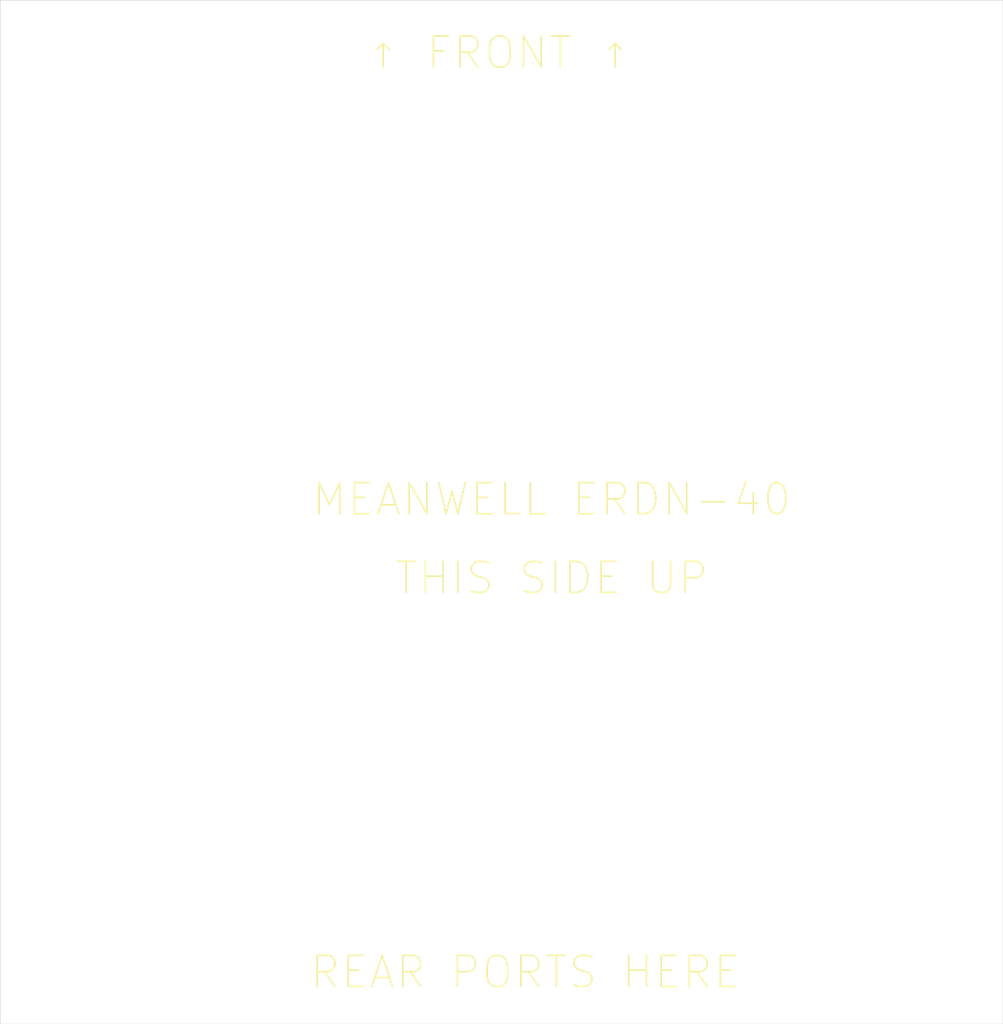
<source format=kicad_pcb>
(kicad_pcb (version 20221018) (generator pcbnew)
  (layers (0 "F.Cu" signal) (31 "B.Cu" signal) (34 "B.Paste" user) (35 "F.Paste" user) (36 "B.SilkS" user "B.Silkscreen") (37 "F.SilkS" user "F.Silkscreen") (38 "B.Mask" user) (39 "F.Mask" user) (44 "Edge.Cuts" user))
  (net 0 "")
  (footprint "MountingHole:MountingHole_3.2mm_M3" (layer "F.Cu") (at 51.5 23.5)
    (fp_text reference "REF**" hide)
    (fp_text value "MountingHole_3.2mm_M3")
    (pad "" np_thru_hole circle (at 0 0) (size 3.2 3.2) (drill 3.2) (layers "F&B.Cu" "*.Mask"))
  )
  (footprint "MountingHole:MountingHole_3.2mm_M3" (layer "F.Cu") (at 51.5 78.5)
    (fp_text reference "REF**" hide)
    (fp_text value "MountingHole_3.2mm_M3")
    (pad "" np_thru_hole circle (at 0 0) (size 3.2 3.2) (drill 3.2) (layers "F&B.Cu" "*.Mask"))
  )
  (gr_rect (start 0 0) (end 97 99) (stroke (width 0.05)) (fill none) (layer "Edge.Cuts"))
  (gr_text "REAR PORTS HERE" (at 50.8 93.98) (layer "F.SilkS") (effects (font (size 3 3))))
  (gr_text "THIS SIDE UP" (at 53.34 55.88) (layer "F.SilkS") (effects (font (size 3 3))))
  (gr_text "↑ FRONT ↑" (at 48.26 5.08) (layer "F.SilkS") (effects (font (size 3 3))))
  (gr_text "MEANWELL ERDN-40" (at 53.34 48.26) (layer "F.SilkS") (effects (font (size 3 3))))
)
</source>
